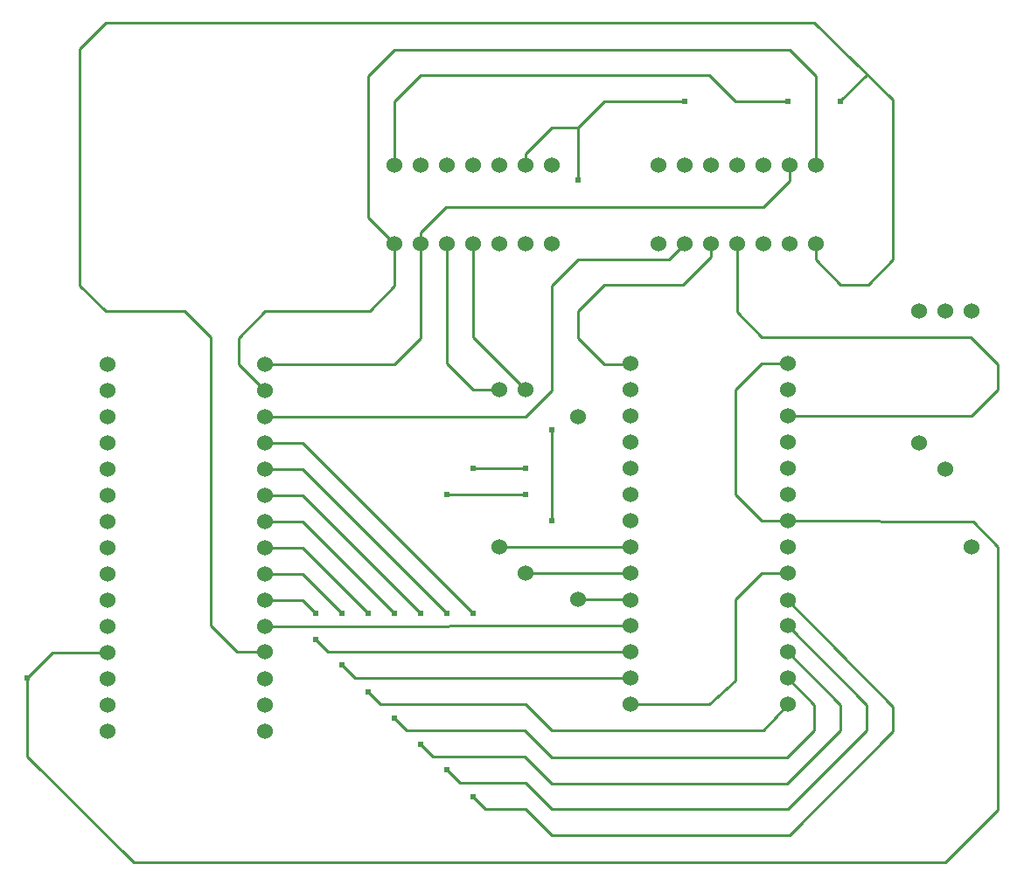
<source format=gtl>
G04 Layer: TopLayer*
G04 EasyEDA v6.4.20.6, 2021-08-23T14:22:53+08:00*
G04 d2134aeba8d541879ef023346c28b4ea,d2c6aa496c93417f82209b500ca1ce63,10*
G04 Gerber Generator version 0.2*
G04 Scale: 100 percent, Rotated: No, Reflected: No *
G04 Dimensions in millimeters *
G04 leading zeros omitted , absolute positions ,4 integer and 5 decimal *
%FSLAX45Y45*%
%MOMM*%

%ADD10C,0.2540*%
%ADD11C,0.6096*%
%ADD12C,1.5240*%

%LPD*%
D10*
X2552700Y4813300D02*
G01*
X2921000Y4813300D01*
X3048000Y4686300D01*
X2552700Y5067300D02*
G01*
X2921000Y5067300D01*
X3302000Y4686300D01*
X2552700Y5575300D02*
G01*
X2921000Y5575300D01*
X3810000Y4686300D01*
X2552700Y5829300D02*
G01*
X2921000Y5829300D01*
X4064000Y4686300D01*
X2552700Y6083300D02*
G01*
X2921000Y6083300D01*
X4318000Y4686300D01*
X2552700Y6337300D02*
G01*
X2921000Y6337300D01*
X4572000Y4686300D01*
X1028700Y4305300D02*
G01*
X495300Y4305300D01*
X254000Y4064000D01*
X7632700Y9029700D02*
G01*
X7632700Y8877300D01*
X7378700Y8623300D01*
X4305300Y8623300D01*
X4064000Y8382000D01*
X4064000Y8267700D01*
X4064000Y8267700D02*
G01*
X4064000Y7353300D01*
X3810000Y7099300D01*
X2552700Y7099300D01*
X7886700Y9029700D02*
G01*
X7886700Y9893300D01*
X7632700Y10147300D01*
X3810000Y10147300D01*
X3556000Y9893300D01*
X3556000Y8521700D01*
X3810000Y8267700D01*
X3810000Y8267700D02*
G01*
X3810000Y7861300D01*
X3568700Y7620000D01*
X2552700Y7620000D01*
X2298700Y7353300D01*
X2298700Y7099300D01*
X2552700Y6845300D01*
X2552700Y6591300D02*
G01*
X5080000Y6591300D01*
X5334000Y6845300D01*
X5334000Y7861300D01*
X5588000Y8115300D01*
X6464300Y8115300D01*
X6616700Y8267700D01*
X6870700Y8267700D02*
G01*
X6870700Y8140700D01*
X6604000Y7874000D01*
X5842000Y7874000D01*
X5588000Y7620000D01*
X5588000Y7353300D01*
X5842000Y7099300D01*
X6096000Y7099300D01*
X6616700Y9652000D02*
G01*
X5842000Y9652000D01*
X5588000Y9398000D01*
X5588000Y8890000D01*
X5588000Y9398000D02*
G01*
X5334000Y9398000D01*
X5080000Y9144000D01*
X5080000Y9029700D01*
X5080000Y6096000D02*
G01*
X4572000Y6096000D01*
X4318000Y5842000D02*
G01*
X5080000Y5842000D01*
X5334000Y6464300D02*
G01*
X5334000Y5588000D01*
X4318000Y8267700D02*
G01*
X4318000Y7112000D01*
X4572000Y6858000D01*
X4826000Y6858000D01*
X4572000Y8267700D02*
G01*
X4572000Y7366000D01*
X5080000Y6858000D01*
X7124700Y8267700D02*
G01*
X7124700Y7607300D01*
X7366000Y7366000D01*
X9385300Y7366000D01*
X9652000Y7099300D01*
X9652000Y6858000D01*
X9398000Y6604000D01*
X7620000Y6604000D01*
X7620000Y6604000D01*
X7620000Y7112000D02*
G01*
X7366000Y7112000D01*
X7112000Y6858000D01*
X7112000Y5842000D01*
X7366000Y5588000D01*
X7620000Y5588000D01*
X4572000Y2908300D02*
G01*
X4686300Y2794000D01*
X5080000Y2794000D01*
X5334000Y2540000D01*
X7632700Y2540000D01*
X8636000Y3543300D01*
X8636000Y3784600D01*
X7620000Y4813300D01*
X4064000Y3416300D02*
G01*
X4178300Y3302000D01*
X5067300Y3302000D01*
X5334000Y3035300D01*
X7607300Y3035300D01*
X8128000Y3556000D01*
X8128000Y3797300D01*
X7620000Y4318000D01*
X3810000Y3670300D02*
G01*
X3924300Y3556000D01*
X5067300Y3556000D01*
X5334000Y3289300D01*
X7607300Y3289300D01*
X7874000Y3556000D01*
X7874000Y3797300D01*
X7620000Y4064000D01*
X3556000Y3924300D02*
G01*
X3670300Y3810000D01*
X5080000Y3810000D01*
X5334000Y3556000D01*
X7378700Y3556000D01*
X7620000Y3810000D01*
X7620000Y5080000D02*
G01*
X7366000Y5080000D01*
X7112000Y4826000D01*
X7112000Y4038600D01*
X6858000Y3810000D01*
X6096000Y3810000D01*
X3048000Y4432300D02*
G01*
X3162300Y4318000D01*
X6096000Y4318000D01*
X6096000Y4305300D01*
X2552700Y4559300D02*
G01*
X6096000Y4572000D01*
X5588000Y4826000D02*
G01*
X6096000Y4826000D01*
X6096000Y4800600D01*
X5080000Y5080000D02*
G01*
X6096000Y5080000D01*
X4826000Y5334000D02*
G01*
X6096000Y5334000D01*
X6096000Y5334000D01*
X3810000Y9029700D02*
G01*
X3810000Y9652000D01*
X4064000Y9906000D01*
X6858000Y9906000D01*
X7112000Y9652000D01*
X7620000Y9652000D01*
X8128000Y9652000D02*
G01*
X8128000Y9657079D01*
X8383777Y9912858D01*
X7886700Y8267700D02*
G01*
X7886700Y8115300D01*
X8128000Y7874000D01*
X8394700Y7874000D01*
X8636000Y8115300D01*
X8636000Y9664700D01*
X7874000Y10414000D01*
X1016000Y10414000D01*
X762000Y10160000D01*
X762000Y7861300D01*
X1016000Y7620000D01*
X1778000Y7620000D01*
X2032000Y7366000D01*
X2032000Y4572000D01*
X2286000Y4318000D01*
X2552700Y4318000D01*
X2552700Y5321300D02*
G01*
X2921000Y5321300D01*
X3556000Y4686300D01*
X3302000Y4191000D02*
G01*
X3429000Y4064000D01*
X6096000Y4064000D01*
X4318000Y3175000D02*
G01*
X4445000Y3048000D01*
X5080000Y3048000D01*
X5334000Y2794000D01*
X7620000Y2794000D01*
X8382000Y3556000D01*
X8382000Y3797300D01*
X7620000Y4572000D01*
X254000Y4064000D02*
G01*
X254000Y4064000D01*
X254000Y3302000D01*
X1282700Y2273300D01*
X9144000Y2273300D01*
X9652000Y2781300D01*
X9652000Y5334000D01*
X9410700Y5575300D01*
X7620000Y5588000D01*
D12*
G01*
X1028700Y7099300D03*
G01*
X1028700Y6845300D03*
G01*
X1028700Y6591300D03*
G01*
X1028700Y6337300D03*
G01*
X1028700Y6083300D03*
G01*
X1028700Y5829300D03*
G01*
X1028700Y5575300D03*
G01*
X1028700Y5321300D03*
G01*
X1028700Y5067300D03*
G01*
X1028700Y4813300D03*
G01*
X1028700Y4559300D03*
G01*
X1028700Y4305300D03*
G01*
X1028700Y4051300D03*
G01*
X1028700Y3797300D03*
G01*
X1028700Y3543300D03*
G01*
X2552700Y3543300D03*
G01*
X2552700Y3797300D03*
G01*
X2552700Y4051300D03*
G01*
X2552700Y4318000D03*
G01*
X2552700Y4559300D03*
G01*
X2552700Y4813300D03*
G01*
X2552700Y5067300D03*
G01*
X2552700Y5321300D03*
G01*
X2552700Y5575300D03*
G01*
X2552700Y5829300D03*
G01*
X2552700Y6083300D03*
G01*
X2552700Y6337300D03*
G01*
X2552700Y6591300D03*
G01*
X2552700Y6845300D03*
G01*
X2552700Y7099300D03*
G01*
X6362700Y8267700D03*
G01*
X6616700Y8267700D03*
G01*
X6870700Y8267700D03*
G01*
X7124700Y8267700D03*
G01*
X7378700Y8267700D03*
G01*
X7632700Y8267700D03*
G01*
X7886700Y8267700D03*
G01*
X7886700Y9029700D03*
G01*
X7632700Y9029700D03*
G01*
X7378700Y9029700D03*
G01*
X7124700Y9029700D03*
G01*
X6870700Y9029700D03*
G01*
X6616700Y9029700D03*
G01*
X6362700Y9029700D03*
G01*
X5334000Y9029700D03*
G01*
X5080000Y9029700D03*
G01*
X4826000Y9029700D03*
G01*
X4572000Y9029700D03*
G01*
X4318000Y9029700D03*
G01*
X4064000Y9029700D03*
G01*
X3810000Y9029700D03*
G01*
X3810000Y8267700D03*
G01*
X4064000Y8267700D03*
G01*
X4318000Y8267700D03*
G01*
X4572000Y8267700D03*
G01*
X4826000Y8267700D03*
G01*
X5080000Y8267700D03*
G01*
X5334000Y8267700D03*
G01*
X6096000Y6096000D03*
G01*
X6096000Y5842000D03*
G01*
X6096000Y5588000D03*
G01*
X6096000Y5334000D03*
G01*
X6096000Y5080000D03*
G01*
X6096000Y4813300D03*
G01*
X6096000Y4572000D03*
G01*
X6096000Y4318000D03*
G01*
X6096000Y4064000D03*
G01*
X6096000Y6350000D03*
G01*
X6096000Y6604000D03*
G01*
X6096000Y6858000D03*
G01*
X6096000Y7112000D03*
G01*
X6096000Y3810000D03*
G01*
X7620000Y3810000D03*
G01*
X7620000Y7112000D03*
G01*
X7620000Y6858000D03*
G01*
X7620000Y6604000D03*
G01*
X7620000Y6350000D03*
G01*
X7620000Y4064000D03*
G01*
X7620000Y4318000D03*
G01*
X7620000Y4572000D03*
G01*
X7620000Y4813300D03*
G01*
X7620000Y5080000D03*
G01*
X7620000Y5334000D03*
G01*
X7620000Y5588000D03*
G01*
X7620000Y5842000D03*
G01*
X7620000Y6096000D03*
G01*
X9398000Y7620000D03*
G01*
X9398000Y5334000D03*
G01*
X9144000Y7620000D03*
G01*
X9144000Y6083300D03*
G01*
X8890000Y7620000D03*
G01*
X8890000Y6337300D03*
G01*
X5588000Y6591300D03*
G01*
X5080000Y6858000D03*
G01*
X4826000Y6858000D03*
G01*
X4826000Y5334000D03*
G01*
X5080000Y5080000D03*
G01*
X5588000Y4826000D03*
D11*
G01*
X3048000Y4432300D03*
G01*
X3048000Y4686300D03*
G01*
X3302000Y4686300D03*
G01*
X3302000Y4191000D03*
G01*
X3556000Y4686300D03*
G01*
X3810000Y4686300D03*
G01*
X4064000Y4686300D03*
G01*
X4318000Y4686300D03*
G01*
X4572000Y4686300D03*
G01*
X3556000Y3924300D03*
G01*
X3810000Y3670300D03*
G01*
X4064000Y3416300D03*
G01*
X4318000Y3175000D03*
G01*
X4572000Y2908300D03*
G01*
X254000Y4064000D03*
G01*
X6616700Y9652000D03*
G01*
X5588000Y8890000D03*
G01*
X4572000Y6096000D03*
G01*
X5080000Y6096000D03*
G01*
X5080000Y5842000D03*
G01*
X4318000Y5842000D03*
G01*
X5334000Y6464300D03*
G01*
X5334000Y5588000D03*
G01*
X7620000Y9652000D03*
G01*
X8128000Y9652000D03*
M02*

</source>
